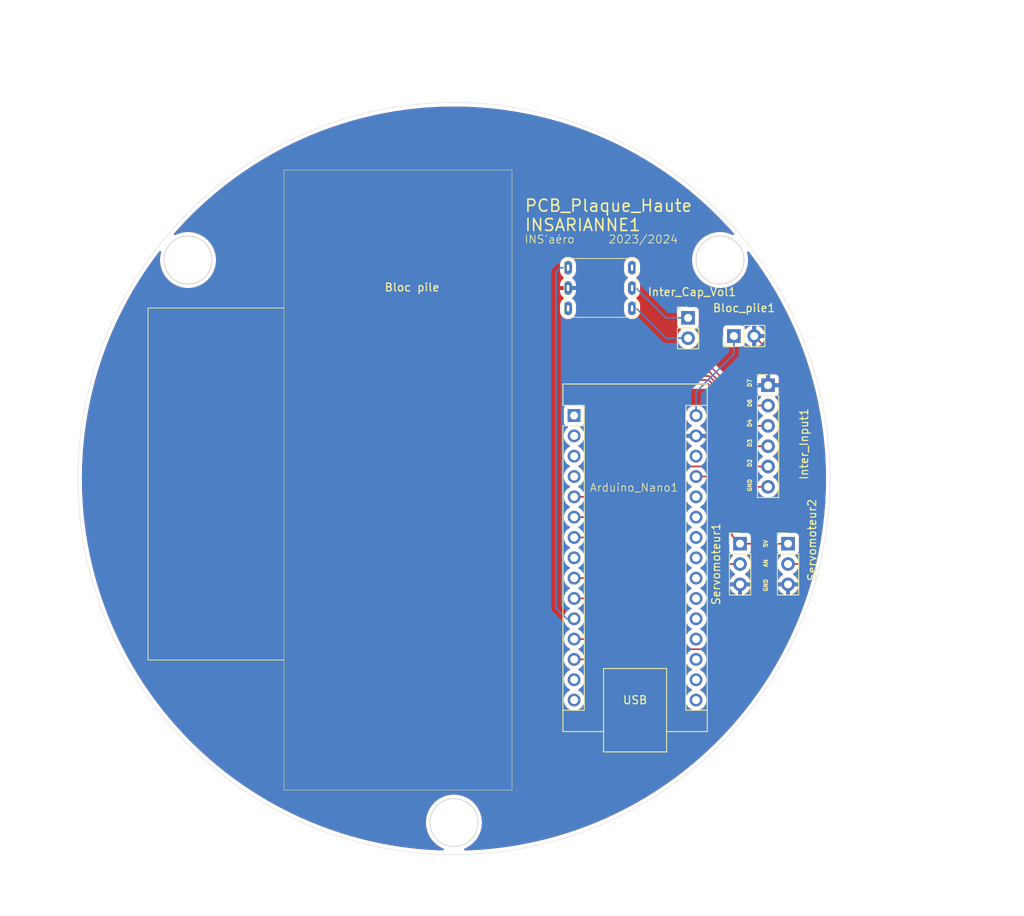
<source format=kicad_pcb>
(kicad_pcb (version 20240108) (generator "pcbnew") (generator_version "8.0")
  (title_block (title "INSARIANNE1 haut - v3") (date "2024-05-10") (rev "C.Roche") (company "INS'AERO - PÔLE TECHNIQUE - INSA CVL") (comment 1 "Projet C'Space 2024") (comment 2 "INSARIANNE1") (comment 3 "PCB Carte Haute"))
  (layers (0 "F.Cu" signal) (31 "B.Cu" signal) (34 "B.Paste" user) (35 "F.Paste" user) (36 "B.SilkS" user "B.Silkscreen") (37 "F.SilkS" user "F.Silkscreen") (38 "B.Mask" user) (39 "F.Mask" user) (44 "Edge.Cuts" user))
  (net 0 "")
  (net 3 "Net-(Arduino_Nano1-D3)")
  (net 5 "Net-(Bloc_pile1-GND)")
  (net 6 "Net-(Arduino_Nano1-Vin)")
  (net 10 "Net-(Arduino_Nano1-D6)")
  (net 14 "Net-(Arduino_Nano1-D4)")
  (net 19 "Net-(Arduino_Nano1-D10)")
  (net 21 "Net-(Arduino_Nano1-D2)")
  (net 26 "Net-(Arduino_Nano1-D7)")
  (net 27 "Net-(Arduino_Nano1-D9)")
  (net 29 "Net-(Arduino_Nano1-5V)")
  (net 30 "Net-(Arduino_Nano1-D8)")
  (net 31 "Net-(Inter_Cap_Vol1-5V)")
  (net 32 "Net-(Inter_Cap_Vol1-Cap)")
  (footprint "Connector_PinHeader_2.54mm:PinHeader_1x06_P2.54mm_Vertical" (layer "F.Cu") (at 195 87.65)
    (property "Reference" "Inter_Input1" (at 4.5 7.35 90) (layer "F.SilkS"))
    (property "Value" "~" (hide yes))
    (fp_line (start -1.33 -1.33) (end 0 -1.33) (stroke (width 0.12)) (layer "F.SilkS"))
    (fp_line (start -1.33 0) (end -1.33 -1.33) (stroke (width 0.12)) (layer "F.SilkS"))
    (fp_line (start -1.33 1.27) (end -1.33 14.03) (stroke (width 0.12)) (layer "F.SilkS"))
    (fp_line (start -1.33 1.27) (end 1.33 1.27) (stroke (width 0.12)) (layer "F.SilkS"))
    (fp_line (start -1.33 14.03) (end 1.33 14.03) (stroke (width 0.12)) (layer "F.SilkS"))
    (fp_line (start 1.33 1.27) (end 1.33 14.03) (stroke (width 0.12)) (layer "F.SilkS"))
    (pad "1" thru_hole rect (at 0 0) (size 1.7 1.7) (drill 1) (layers "*.Cu" "*.Mask") (net 5 "Net-(Bloc_pile1-GND)"))
    (pad "2" thru_hole oval (at 0 2.54) (size 1.7 1.7) (drill 1) (layers "*.Cu" "*.Mask") (net 21 "Net-(Arduino_Nano1-D2)"))
    (pad "3" thru_hole oval (at 0 5.08) (size 1.7 1.7) (drill 1) (layers "*.Cu" "*.Mask") (net 3 "Net-(Arduino_Nano1-D3)"))
    (pad "4" thru_hole oval (at 0 7.62) (size 1.7 1.7) (drill 1) (layers "*.Cu" "*.Mask") (net 14 "Net-(Arduino_Nano1-D4)"))
    (pad "5" thru_hole oval (at 0 10.16) (size 1.7 1.7) (drill 1) (layers "*.Cu" "*.Mask") (net 10 "Net-(Arduino_Nano1-D6)"))
    (pad "6" thru_hole oval (at 0 12.7) (size 1.7 1.7) (drill 1) (layers "*.Cu" "*.Mask") (net 26 "Net-(Arduino_Nano1-D7)"))
  )
  (footprint "INSARIANNE_Lib:Octocoupleur" (layer "F.Cu") (at 170 72.96 180)
    (property "Reference" "Octocoupleur1" (hide yes))
    (property "Value" "~" (hide yes))
    (fp_rect (start -8.5 -6.2) (end 0.5 1.15) (stroke (width 0.1)) (fill none) (layer "F.SilkS"))
    (pad "1" thru_hole oval (at 0 0 180) (size 1 1.7) (drill oval 0.3 0.8) (layers "*.Cu" "*.Mask") (net 30 "Net-(Arduino_Nano1-D8)"))
    (pad "2" thru_hole oval (at 0 -2.54 180) (size 1 1.7) (drill oval 0.3 0.8) (layers "*.Cu" "*.Mask") (net 5 "Net-(Bloc_pile1-GND)"))
    (pad "3" thru_hole oval (at 0 -5.08 180) (size 1 1.7) (drill oval 0.3 0.8) (layers "*.Cu" "*.Mask"))
    (pad "4" thru_hole oval (at -8 0 180) (size 1 1.7) (drill oval 0.3 0.8) (layers "*.Cu" "*.Mask"))
    (pad "5" thru_hole oval (at -8 -2.54 180) (size 1 1.7) (drill oval 0.3 0.8) (layers "*.Cu" "*.Mask") (net 31 "Net-(Inter_Cap_Vol1-5V)"))
    (pad "6" thru_hole oval (at -8 -5.08 180) (size 1 1.7) (drill oval 0.3 0.8) (layers "*.Cu" "*.Mask") (net 32 "Net-(Inter_Cap_Vol1-Cap)"))
  )
  (footprint "Connector_PinHeader_2.54mm:PinHeader_1x02_P2.54mm_Vertical" (layer "F.Cu") (at 185 79.225)
    (property "Reference" "Inter_Cap_Vol1" (at 0.5 -3.225 0) (layer "F.SilkS"))
    (property "Value" "~" (hide yes))
    (fp_line (start -1.33 -1.33) (end 0 -1.33) (stroke (width 0.12)) (layer "F.SilkS"))
    (fp_line (start -1.33 0) (end -1.33 -1.33) (stroke (width 0.12)) (layer "F.SilkS"))
    (fp_line (start -1.33 1.27) (end -1.33 3.87) (stroke (width 0.12)) (layer "F.SilkS"))
    (fp_line (start -1.33 1.27) (end 1.33 1.27) (stroke (width 0.12)) (layer "F.SilkS"))
    (fp_line (start -1.33 3.87) (end 1.33 3.87) (stroke (width 0.12)) (layer "F.SilkS"))
    (fp_line (start 1.33 1.27) (end 1.33 3.87) (stroke (width 0.12)) (layer "F.SilkS"))
    (pad "1" thru_hole rect (at 0 0) (size 1.7 1.7) (drill 1) (layers "*.Cu" "*.Mask") (net 31 "Net-(Inter_Cap_Vol1-5V)"))
    (pad "2" thru_hole oval (at 0 2.54) (size 1.7 1.7) (drill 1) (layers "*.Cu" "*.Mask") (net 32 "Net-(Inter_Cap_Vol1-Cap)"))
  )
  (footprint "Connector_PinHeader_2.54mm:PinHeader_1x03_P2.54mm_Vertical" (layer "F.Cu") (at 197.5 107.46)
    (property "Reference" "Servomoteur2" (at 3 -0.46 90) (layer "F.SilkS"))
    (property "Value" "~" (hide yes))
    (fp_line (start -1.33 -1.33) (end 0 -1.33) (stroke (width 0.12)) (layer "F.SilkS"))
    (fp_line (start -1.33 0) (end -1.33 -1.33) (stroke (width 0.12)) (layer "F.SilkS"))
    (fp_line (start -1.33 1.27) (end -1.33 6.41) (stroke (width 0.12)) (layer "F.SilkS"))
    (fp_line (start -1.33 1.27) (end 1.33 1.27) (stroke (width 0.12)) (layer "F.SilkS"))
    (fp_line (start -1.33 6.41) (end 1.33 6.41) (stroke (width 0.12)) (layer "F.SilkS"))
    (fp_line (start 1.33 1.27) (end 1.33 6.41) (stroke (width 0.12)) (layer "F.SilkS"))
    (pad "1" thru_hole rect (at 0 0) (size 1.7 1.7) (drill 1) (layers "*.Cu" "*.Mask") (net 29 "Net-(Arduino_Nano1-5V)"))
    (pad "2" thru_hole oval (at 0 2.54) (size 1.7 1.7) (drill 1) (layers "*.Cu" "*.Mask") (net 27 "Net-(Arduino_Nano1-D9)"))
    (pad "3" thru_hole oval (at 0 5.08) (size 1.7 1.7) (drill 1) (layers "*.Cu" "*.Mask") (net 5 "Net-(Bloc_pile1-GND)"))
  )
  (footprint "Connector_PinHeader_2.54mm:PinHeader_1x03_P2.54mm_Vertical" (layer "F.Cu") (at 191.5 107.46)
    (property "Reference" "Servomoteur1" (at -3 2.54 -90) (layer "F.SilkS"))
    (property "Value" "~" (hide yes))
    (fp_line (start -1.33 -1.33) (end 0 -1.33) (stroke (width 0.12)) (layer "F.SilkS"))
    (fp_line (start -1.33 0) (end -1.33 -1.33) (stroke (width 0.12)) (layer "F.SilkS"))
    (fp_line (start -1.33 1.27) (end -1.33 6.41) (stroke (width 0.12)) (layer "F.SilkS"))
    (fp_line (start -1.33 1.27) (end 1.33 1.27) (stroke (width 0.12)) (layer "F.SilkS"))
    (fp_line (start -1.33 6.41) (end 1.33 6.41) (stroke (width 0.12)) (layer "F.SilkS"))
    (fp_line (start 1.33 1.27) (end 1.33 6.41) (stroke (width 0.12)) (layer "F.SilkS"))
    (pad "1" thru_hole rect (at 0 0) (size 1.7 1.7) (drill 1) (layers "*.Cu" "*.Mask") (net 29 "Net-(Arduino_Nano1-5V)"))
    (pad "2" thru_hole oval (at 0 2.54) (size 1.7 1.7) (drill 1) (layers "*.Cu" "*.Mask") (net 19 "Net-(Arduino_Nano1-D10)"))
    (pad "3" thru_hole oval (at 0 5.08) (size 1.7 1.7) (drill 1) (layers "*.Cu" "*.Mask") (net 5 "Net-(Bloc_pile1-GND)"))
  )
  (footprint "Connector_PinHeader_2.54mm:PinHeader_1x02_P2.54mm_Vertical" (layer "F.Cu") (at 190.725 81.5 90)
    (property "Reference" "Bloc_pile1" (at 3.5 1.275 0) (layer "F.SilkS"))
    (property "Value" "~" (hide yes))
    (fp_line (start -1.33 -1.33) (end 0 -1.33) (stroke (width 0.12)) (layer "F.SilkS"))
    (fp_line (start -1.33 0) (end -1.33 -1.33) (stroke (width 0.12)) (layer "F.SilkS"))
    (fp_line (start 1.33 1.27) (end 1.33 3.87) (stroke (width 0.12)) (layer "F.SilkS"))
    (fp_line (start -1.33 1.27) (end 1.33 1.27) (stroke (width 0.12)) (layer "F.SilkS"))
    (fp_line (start -1.33 1.27) (end -1.33 3.87) (stroke (width 0.12)) (layer "F.SilkS"))
    (fp_line (start -1.33 3.87) (end 1.33 3.87) (stroke (width 0.12)) (layer "F.SilkS"))
    (pad "1" thru_hole rect (at 0 0 90) (size 1.7 1.7) (drill 1) (layers "*.Cu" "*.Mask") (net 6 "Net-(Arduino_Nano1-Vin)"))
    (pad "2" thru_hole oval (at 0 2.54 90) (size 1.7 1.7) (drill 1) (layers "*.Cu" "*.Mask") (net 5 "Net-(Bloc_pile1-GND)"))
  )
  (footprint "INSARIANNE_Lib:Arduino_Nano" (layer "F.Cu") (at 170.76 91.44 -90)
    (property "Reference" "Arduino_Nano1" (at 9 -7.5 0) (layer "F.SilkS") (effects (font (thickness 0.1))))
    (property "Value" "~" (hide yes))
    (fp_line (start -3.94 1.4) (end -1.27 1.4) (stroke (width 0.12)) (layer "F.SilkS"))
    (fp_line (start 1.27 1.4) (end 39.5 1.4) (stroke (width 0.12)) (layer "F.SilkS"))
    (fp_line (start 39.5 1.4) (end 39.5 -3.68) (stroke (width 0.12)) (layer "F.SilkS"))
    (fp_line (start -1.27 -1.27) (end -1.27 1.4) (stroke (width 0.12)) (layer "F.SilkS"))
    (fp_line (start 1.27 -1.27) (end 1.27 1.4) (stroke (width 0.12)) (layer "F.SilkS"))
    (fp_line (start 1.27 -1.27) (end -1.27 -1.27) (stroke (width 0.12)) (layer "F.SilkS"))
    (fp_line (start 1.27 -1.27) (end 36.83 -1.27) (stroke (width 0.12)) (layer "F.SilkS"))
    (fp_line (start 36.83 -1.27) (end 36.83 1.4) (stroke (width 0.12)) (layer "F.SilkS"))
    (fp_line (start 31.62 -3.68) (end 31.62 -11.56) (stroke (width 0.12)) (layer "F.SilkS"))
    (fp_line (start 42.04 -3.68) (end 31.62 -3.68) (stroke (width 0.12)) (layer "F.SilkS"))
    (fp_line (start 31.62 -11.56) (end 42.04 -11.56) (stroke (width 0.12)) (layer "F.SilkS"))
    (fp_line (start 42.04 -11.56) (end 42.04 -3.68) (stroke (width 0.12)) (layer "F.SilkS"))
    (fp_line (start -1.27 -13.97) (end 36.83 -13.97) (stroke (width 0.12)) (layer "F.SilkS"))
    (fp_line (start -1.27 -13.97) (end -1.27 -16.64) (stroke (width 0.12)) (layer "F.SilkS"))
    (fp_line (start 36.83 -13.97) (end 36.83 -16.64) (stroke (width 0.12)) (layer "F.SilkS"))
    (fp_line (start -3.94 -16.64) (end -3.94 1.4) (stroke (width 0.12)) (layer "F.SilkS"))
    (fp_line (start 39.5 -16.64) (end 39.5 -11.56) (stroke (width 0.12)) (layer "F.SilkS"))
    (fp_line (start 39.5 -16.64) (end -3.94 -16.64) (stroke (width 0.12)) (layer "F.SilkS"))
    (fp_text user "USB" (at 35.56 -7.62 0) (layer "F.SilkS"))
    (pad "1" thru_hole rect (at 0 0) (size 1.6 1.6) (drill 1) (layers "*.Cu" "*.Mask"))
    (pad "2" thru_hole oval (at 2.54 0) (size 1.6 1.6) (drill 1) (layers "*.Cu" "*.Mask"))
    (pad "3" thru_hole oval (at 5.08 0) (size 1.6 1.6) (drill 1) (layers "*.Cu" "*.Mask"))
    (pad "4" thru_hole oval (at 7.62 0) (size 1.6 1.6) (drill 1) (layers "*.Cu" "*.Mask"))
    (pad "5" thru_hole oval (at 10.16 0) (size 1.6 1.6) (drill 1) (layers "*.Cu" "*.Mask") (net 21 "Net-(Arduino_Nano1-D2)"))
    (pad "6" thru_hole oval (at 12.7 0) (size 1.6 1.6) (drill 1) (layers "*.Cu" "*.Mask") (net 3 "Net-(Arduino_Nano1-D3)"))
    (pad "7" thru_hole oval (at 15.24 0) (size 1.6 1.6) (drill 1) (layers "*.Cu" "*.Mask") (net 14 "Net-(Arduino_Nano1-D4)"))
    (pad "8" thru_hole oval (at 17.78 0) (size 1.6 1.6) (drill 1) (layers "*.Cu" "*.Mask"))
    (pad "9" thru_hole oval (at 20.32 0) (size 1.6 1.6) (drill 1) (layers "*.Cu" "*.Mask") (net 10 "Net-(Arduino_Nano1-D6)"))
    (pad "10" thru_hole oval (at 22.86 0) (size 1.6 1.6) (drill 1) (layers "*.Cu" "*.Mask") (net 26 "Net-(Arduino_Nano1-D7)"))
    (pad "11" thru_hole oval (at 25.4 0) (size 1.6 1.6) (drill 1) (layers "*.Cu" "*.Mask") (net 30 "Net-(Arduino_Nano1-D8)"))
    (pad "12" thru_hole oval (at 27.94 0) (size 1.6 1.6) (drill 1) (layers "*.Cu" "*.Mask") (net 27 "Net-(Arduino_Nano1-D9)"))
    (pad "13" thru_hole oval (at 30.48 0) (size 1.6 1.6) (drill 1) (layers "*.Cu" "*.Mask") (net 19 "Net-(Arduino_Nano1-D10)"))
    (pad "14" thru_hole oval (at 33.02 0) (size 1.6 1.6) (drill 1) (layers "*.Cu" "*.Mask"))
    (pad "15" thru_hole oval (at 35.56 0) (size 1.6 1.6) (drill 1) (layers "*.Cu" "*.Mask"))
    (pad "16" thru_hole oval (at 35.56 -15.24) (size 1.6 1.6) (drill 1) (layers "*.Cu" "*.Mask"))
    (pad "17" thru_hole oval (at 33.02 -15.24) (size 1.6 1.6) (drill 1) (layers "*.Cu" "*.Mask"))
    (pad "18" thru_hole oval (at 30.48 -15.24) (size 1.6 1.6) (drill 1) (layers "*.Cu" "*.Mask"))
    (pad "19" thru_hole oval (at 27.94 -15.24) (size 1.6 1.6) (drill 1) (layers "*.Cu" "*.Mask"))
    (pad "20" thru_hole oval (at 25.4 -15.24) (size 1.6 1.6) (drill 1) (layers "*.Cu" "*.Mask"))
    (pad "21" thru_hole oval (at 22.86 -15.24) (size 1.6 1.6) (drill 1) (layers "*.Cu" "*.Mask"))
    (pad "22" thru_hole oval (at 20.32 -15.24) (size 1.6 1.6) (drill 1) (layers "*.Cu" "*.Mask"))
    (pad "23" thru_hole oval (at 17.78 -15.24) (size 1.6 1.6) (drill 1) (layers "*.Cu" "*.Mask"))
    (pad "24" thru_hole oval (at 15.24 -15.24) (size 1.6 1.6) (drill 1) (layers "*.Cu" "*.Mask"))
    (pad "25" thru_hole oval (at 12.7 -15.24) (size 1.6 1.6) (drill 1) (layers "*.Cu" "*.Mask"))
    (pad "26" thru_hole oval (at 10.16 -15.24) (size 1.6 1.6) (drill 1) (layers "*.Cu" "*.Mask"))
    (pad "27" thru_hole oval (at 7.62 -15.24) (size 1.6 1.6) (drill 1) (layers "*.Cu" "*.Mask") (net 29 "Net-(Arduino_Nano1-5V)"))
    (pad "28" thru_hole oval (at 5.08 -15.24) (size 1.6 1.6) (drill 1) (layers "*.Cu" "*.Mask"))
    (pad "29" thru_hole oval (at 2.54 -15.24) (size 1.6 1.6) (drill 1) (layers "*.Cu" "*.Mask") (net 5 "Net-(Bloc_pile1-GND)"))
    (pad "30" thru_hole oval (at 0 -15.24) (size 1.6 1.6) (drill 1) (layers "*.Cu" "*.Mask") (net 6 "Net-(Arduino_Nano1-Vin)"))
  )
  (gr_line (start 117.5 122) (end 134.5 122) (stroke (width 0.1)) (layer "F.SilkS"))
  (gr_line (start 117.5 78) (end 117.5 122) (stroke (width 0.1)) (layer "F.SilkS"))
  (gr_rect (start 134.5 60.75) (end 163 138.25) (stroke (width 0.05)) (fill none) (layer "F.SilkS"))
  (gr_line (start 134.5 78) (end 117.5 78) (stroke (width 0.1)) (layer "F.SilkS"))
  (gr_circle (center 122.5 72) (end 125.5 72) (stroke (width 0.1)) (fill none) (layer "Edge.Cuts"))
  (gr_circle (center 155.74 142.32) (end 158.74 142.32) (stroke (width 0.1)) (fill none) (layer "Edge.Cuts"))
  (gr_circle (center 189 72) (end 192 72) (stroke (width 0.1)) (fill none) (layer "Edge.Cuts"))
  (gr_circle (center 155.74 99.32) (end 202.74 99.32) (stroke (width 0.05)) (fill none) (layer "Edge.Cuts"))
  (gr_text "PCB_Plaque_Haute\nINSARIANNE1" (at 164.5 68.5 0) (layer "F.SilkS") (effects (font (size 1.5 1.5) (thickness 0.2)) (justify left bottom)))
  (gr_text "INS'aéro" (at 164.5 70 0) (layer "F.SilkS") (effects (font (size 1 1) (thickness 0.1)) (justify left bottom)))
  (gr_text "2023/2024" (at 175 70 0) (layer "F.SilkS") (effects (font (size 1 1) (thickness 0.1)) (justify left bottom)))
  (gr_text "GND    D2    D3    D4    D6    D7" (at 193 101 90) (layer "F.SilkS") (effects (font (size 0.5 0.5) (thickness 0.125) (bold yes)) (justify left bottom)))
  (gr_text "Bloc pile\n" (at 147 76 0) (layer "F.SilkS") (effects (font (size 1 1)) (justify left bottom)))
  (gr_text "GND    AN    5V" (at 195 113.5 90) (layer "F.SilkS") (effects (font (size 0.5 0.5) (thickness 0.125) (bold yes)) (justify left bottom)))
  (segment (start 195 92.73) (end 191.73 92.73) (width 0.2) (layer "F.Cu") (net 3))
  (segment (start 191.73 92.73) (end 190.5 91.5) (width 0.2) (layer "F.Cu") (net 3))
  (segment (start 190.5 88.802942) (end 187.697058 86) (width 0.2) (layer "F.Cu") (net 3))
  (segment (start 177.86 104.14) (end 170.76 104.14) (width 0.2) (layer "F.Cu") (net 3))
  (segment (start 183 86) (end 179 90) (width 0.2) (layer "F.Cu") (net 3))
  (segment (start 179 103) (end 177.86 104.14) (width 0.2) (layer "F.Cu") (net 3))
  (segment (start 179 90) (end 179 103) (width 0.2) (layer "F.Cu") (net 3))
  (segment (start 190.5 91.5) (end 190.5 88.802942) (width 0.2) (layer "F.Cu") (net 3))
  (segment (start 187.697058 86) (end 183 86) (width 0.2) (layer "F.Cu") (net 3))
  (segment (start 198.96 112.54) (end 197.5 112.54) (width 0.2) (layer "F.Cu") (net 5))
  (segment (start 173.5 77.5) (end 171.5 75.5) (width 0.2) (layer "F.Cu") (net 5))
  (segment (start 188 97.5) (end 188 94.995) (width 0.2) (layer "F.Cu") (net 5))
  (segment (start 192 79) (end 188.5 79) (width 0.2) (layer "F.Cu") (net 5))
  (segment (start 171.5 75.5) (end 170 75.5) (width 0.2) (layer "F.Cu") (net 5))
  (segment (start 177 84.5) (end 173.5 81) (width 0.2) (layer "F.Cu") (net 5))
  (segment (start 198.5 89.5) (end 198.5 103.5) (width 0.2) (layer "F.Cu") (net 5))
  (segment (start 194 103.5) (end 188 97.5) (width 0.2) (layer "F.Cu") (net 5))
  (segment (start 200.5 111) (end 198.96 112.54) (width 0.2) (layer "F.Cu") (net 5))
  (segment (start 188 94.995) (end 186.985 93.98) (width 0.2) (layer "F.Cu") (net 5))
  (segment (start 188.5 79) (end 188 79.5) (width 0.2) (layer "F.Cu") (net 5))
  (segment (start 193.265 80.265) (end 192 79) (width 0.2) (layer "F.Cu") (net 5))
  (segment (start 198.5 103.5) (end 200.5 105.5) (width 0.2) (layer "F.Cu") (net 5))
  (segment (start 188 79.5) (end 188 83) (width 0.2) (layer "F.Cu") (net 5))
  (segment (start 188 83) (end 186.5 84.5) (width 0.2) (layer "F.Cu") (net 5))
  (segment (start 195 87.65) (end 196.65 87.65) (width 0.2) (layer "F.Cu") (net 5))
  (segment (start 195 83.235) (end 195 87.65) (width 0.2) (layer "F.Cu") (net 5))
  (segment (start 186.985 93.98) (end 186 93.98) (width 0.2) (layer "F.Cu") (net 5))
  (segment (start 197.5 112.54) (end 191.5 112.54) (width 0.2) (layer "F.Cu") (net 5))
  (segment (start 193.265 81.5) (end 195 83.235) (width 0.2) (layer "F.Cu") (net 5))
  (segment (start 186.5 84.5) (end 177 84.5) (width 0.2) (layer "F.Cu") (net 5))
  (segment (start 198.5 103.5) (end 194 103.5) (width 0.2) (layer "F.Cu") (net 5))
  (segment (start 173.5 81) (end 173.5 77.5) (width 0.2) (layer "F.Cu") (net 5))
  (segment (start 200.5 105.5) (end 200.5 111) (width 0.2) (layer "F.Cu") (net 5))
  (segment (start 193.265 81.5) (end 193.265 80.265) (width 0.2) (layer "F.Cu") (net 5))
  (segment (start 196.65 87.65) (end 198.5 89.5) (width 0.2) (layer "F.Cu") (net 5))
  (segment (start 186 88.5) (end 186 91.44) (width 0.2) (layer "B.Cu") (net 6))
  (segment (start 190.725 83.775) (end 186 88.5) (width 0.2) (layer "B.Cu") (net 6))
  (segment (start 190.725 81.5) (end 190.725 83.775) (width 0.2) (layer "B.Cu") (net 6))
  (segment (start 191.31 97.81) (end 195 97.81) (width 0.2) (layer "F.Cu") (net 10))
  (segment (start 189.5 96) (end 191.31 97.81) (width 0.2) (layer "F.Cu") (net 10))
  (segment (start 187.565686 87) (end 189.5 88.934314) (width 0.2) (layer "F.Cu") (net 10))
  (segment (start 176.24 111.76) (end 181 107) (width 0.2) (layer "F.Cu") (net 10))
  (segment (start 181 90) (end 184 87) (width 0.2) (layer "F.Cu") (net 10))
  (segment (start 181 107) (end 181 90) (width 0.2) (layer "F.Cu") (net 10))
  (segment (start 189.5 88.934314) (end 189.5 96) (width 0.2) (layer "F.Cu") (net 10))
  (segment (start 170.76 111.76) (end 176.24 111.76) (width 0.2) (layer "F.Cu") (net 10))
  (segment (start 184 87) (end 187.565686 87) (width 0.2) (layer "F.Cu") (net 10))
  (segment (start 179.32 106.68) (end 170.76 106.68) (width 0.2) (layer "F.Cu") (net 14))
  (segment (start 190 88.868628) (end 187.631372 86.5) (width 0.2) (layer "F.Cu") (net 14))
  (segment (start 195 95.27) (end 190.77 95.27) (width 0.2) (layer "F.Cu") (net 14))
  (segment (start 190.77 95.27) (end 190 94.5) (width 0.2) (layer "F.Cu") (net 14))
  (segment (start 187.631372 86.5) (end 183.5 86.5) (width 0.2) (layer "F.Cu") (net 14))
  (segment (start 190 94.5) (end 190 88.868628) (width 0.2) (layer "F.Cu") (net 14))
  (segment (start 180 90) (end 180 106) (width 0.2) (layer "F.Cu") (net 14))
  (segment (start 183.5 86.5) (end 180 90) (width 0.2) (layer "F.Cu") (net 14))
  (segment (start 180 106) (end 179.32 106.68) (width 0.2) (layer "F.Cu") (net 14))
  (segment (start 172.08 121.92) (end 170.76 121.92) (width 0.2) (layer "F.Cu") (net 19))
  (segment (start 188 111) (end 188 119.5) (width 0.2) (layer "F.Cu") (net 19))
  (segment (start 189 110) (end 188 111) (width 0.2) (layer "F.Cu") (net 19))
  (segment (start 173.35 120.65) (end 172.08 121.92) (width 0.2) (layer "F.Cu") (net 19))
  (segment (start 191.5 110) (end 189 110) (width 0.2) (layer "F.Cu") (net 19))
  (segment (start 188 119.5) (end 186.85 120.65) (width 0.2) (layer "F.Cu") (net 19))
  (segment (start 186.85 120.65) (end 173.35 120.65) (width 0.2) (layer "F.Cu") (net 19))
  (segment (start 192.19 90.19) (end 195 90.19) (width 0.2) (layer "F.Cu") (net 21))
  (segment (start 188 85.5) (end 191 88.5) (width 0.2) (layer "F.Cu") (net 21))
  (segment (start 191 88.5) (end 191 89) (width 0.2) (layer "F.Cu") (net 21))
  (segment (start 178 100.5) (end 178 90) (width 0.2) (layer "F.Cu") (net 21))
  (segment (start 191 89) (end 192.19 90.19) (width 0.2) (layer "F.Cu") (net 21))
  (segment (start 170.76 101.6) (end 176.9 101.6) (width 0.2) (layer "F.Cu") (net 21))
  (segment (start 176.9 101.6) (end 178 100.5) (width 0.2) (layer "F.Cu") (net 21))
  (segment (start 182.5 85.5) (end 188 85.5) (width 0.2) (layer "F.Cu") (net 21))
  (segment (start 178 90) (end 182.5 85.5) (width 0.2) (layer "F.Cu") (net 21))
  (segment (start 184.5 87.5) (end 187.5 87.5) (width 0.2) (layer "F.Cu") (net 26))
  (segment (start 174.7 114.3) (end 182 107) (width 0.2) (layer "F.Cu") (net 26))
  (segment (start 170.76 114.3) (end 174.7 114.3) (width 0.2) (layer "F.Cu") (net 26))
  (segment (start 189 96.5) (end 192.85 100.35) (width 0.2) (layer "F.Cu") (net 26))
  (segment (start 187.5 87.5) (end 189 89) (width 0.2) (layer "F.Cu") (net 26))
  (segment (start 182 90) (end 184.5 87.5) (width 0.2) (layer "F.Cu") (net 26))
  (segment (start 192.85 100.35) (end 195 100.35) (width 0.2) (layer "F.Cu") (net 26))
  (segment (start 182 107) (end 182 90) (width 0.2) (layer "F.Cu") (net 26))
  (segment (start 189 89) (end 189 96.5) (width 0.2) (layer "F.Cu") (net 26))
  (segment (start 198.5 104.5) (end 200 106) (width 0.2) (layer "F.Cu") (net 27))
  (segment (start 184.5 117.5) (end 184.5 98.5) (width 0.2) (layer "F.Cu") (net 27))
  (segment (start 194.065686 104.5) (end 198.5 104.5) (width 0.2) (layer "F.Cu") (net 27))
  (segment (start 182.62 119.38) (end 184.5 117.5) (width 0.2) (layer "F.Cu") (net 27))
  (segment (start 200 109) (end 199 110) (width 0.2) (layer "F.Cu") (net 27))
  (segment (start 170.76 119.38) (end 182.62 119.38) (width 0.2) (layer "F.Cu") (net 27))
  (segment (start 184.5 98.5) (end 185.2 97.8) (width 0.2) (layer "F.Cu") (net 27))
  (segment (start 185.2 97.8) (end 187.365686 97.8) (width 0.2) (layer "F.Cu") (net 27))
  (segment (start 200 106) (end 200 109) (width 0.2) (layer "F.Cu") (net 27))
  (segment (start 199 110) (end 197.5 110) (width 0.2) (layer "F.Cu") (net 27))
  (segment (start 187.365686 97.8) (end 194.065686 104.5) (width 0.2) (layer "F.Cu") (net 27))
  (segment (start 191.5 107.46) (end 197.5 107.46) (width 0.2) (layer "F.Cu") (net 29))
  (segment (start 190.5 106.46) (end 190.5 101.5) (width 0.2) (layer "F.Cu") (net 29))
  (segment (start 190.5 101.5) (end 188.06 99.06) (width 0.2) (layer "F.Cu") (net 29))
  (segment (start 191.5 107.46) (end 190.5 106.46) (width 0.2) (layer "F.Cu") (net 29))
  (segment (start 188.06 99.06) (end 186 99.06) (width 0.2) (layer "F.Cu") (net 29))
  (segment (start 168.5 73.5) (end 168.5 115.5) (width 0.2) (layer "B.Cu") (net 30))
  (segment (start 168.5 115.5) (end 169.84 116.84) (width 0.2) (layer "B.Cu") (net 30))
  (segment (start 170 72.96) (end 169.04 72.96) (width 0.2) (layer "B.Cu") (net 30))
  (segment (start 169.84 116.84) (end 170.76 116.84) (width 0.2) (layer "B.Cu") (net 30))
  (segment (start 169.04 72.96) (end 168.5 73.5) (width 0.2) (layer "B.Cu") (net 30))
  (segment (start 178 75.5) (end 178.5 75.5) (width 0.2) (layer "B.Cu") (net 31))
  (segment (start 182.225 79.225) (end 185 79.225) (width 0.2) (layer "B.Cu") (net 31))
  (segment (start 178.5 75.5) (end 182.225 79.225) (width 0.2) (layer "B.Cu") (net 31))
  (segment (start 178.54 78.04) (end 182.265 81.765) (width 0.2) (layer "B.Cu") (net 32))
  (segment (start 178 78.04) (end 178.54 78.04) (width 0.2) (layer "B.Cu") (net 32))
  (segment (start 182.265 81.765) (end 185 81.765) (width 0.2) (layer "B.Cu") (net 32))
  (zone (net 5) (net_name "Net-(Bloc_pile1-GND)") (layers "F&B.Cu") (name "Plan_Masse") (connect_pads (clearance 0.5)) (min_thickness 0.25) (fill yes (thermal_gap 0.5) (thermal_bridge_width 0.5))
    (polygon (pts (xy 99 154) (xy 227 154) (xy 227 39.5) (xy 99 39.5)))
  )
)
</source>
